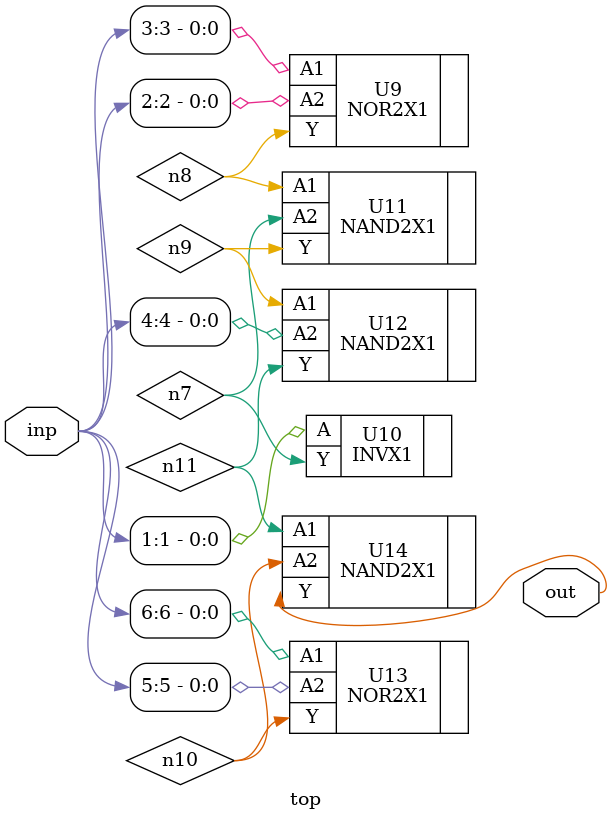
<source format=sv>


module top ( inp, out );
  input [6:0] inp;
  output out;
  wire   n7, n8, n9, n10, n11;

  NOR2X1 U9 ( .A1(inp[3]), .A2(inp[2]), .Y(n8) );
  INVX1 U10 ( .A(inp[1]), .Y(n7) );
  NAND2X1 U11 ( .A1(n8), .A2(n7), .Y(n9) );
  NAND2X1 U12 ( .A1(n9), .A2(inp[4]), .Y(n11) );
  NOR2X1 U13 ( .A1(inp[6]), .A2(inp[5]), .Y(n10) );
  NAND2X1 U14 ( .A1(n11), .A2(n10), .Y(out) );
endmodule


</source>
